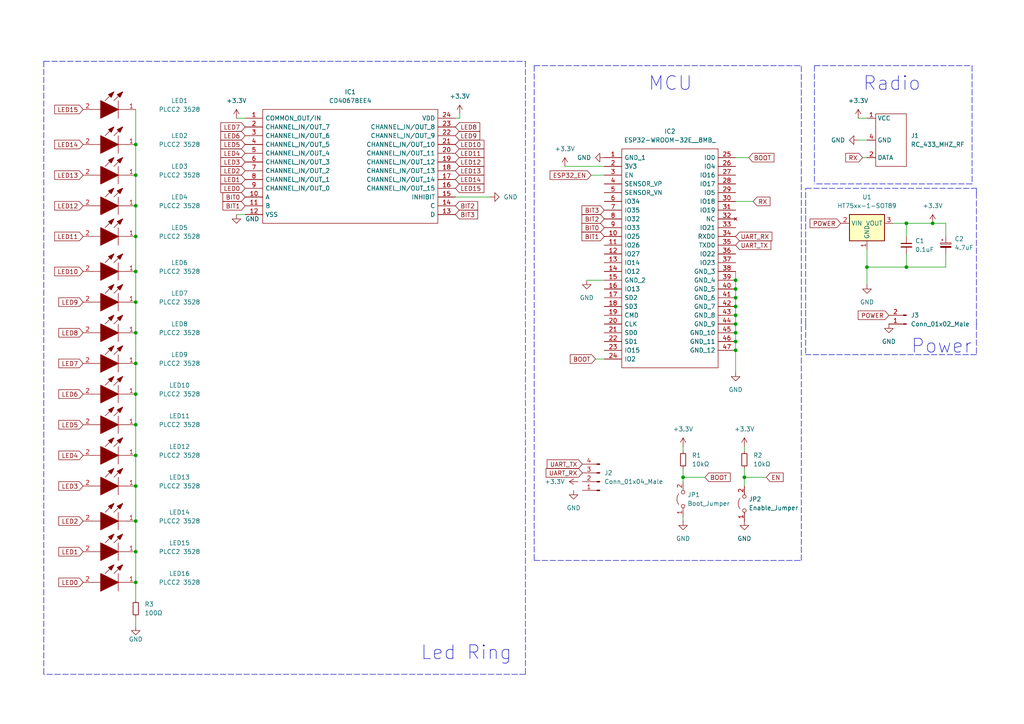
<source format=kicad_sch>
(kicad_sch (version 20211123) (generator eeschema)
  (paper "A4")
  (title_block (title "NotifierPcb") (date "2022-06-24") (rev "1.0") (company "mc-cat-tty"))
  (lib_symbols
    (symbol "CD4067BEE4:CD4067BEE4" (pin_names (offset 0.762))
      (property "Reference" "IC" (at 69.85 -1.27 0))
      (property "Value" "CD4067BEE4" (at 69.85 -3.81 0))
      (symbol "CD4067BEE4_0_0"
        (pin passive line (at 0 0 0) (length 5.08) (name "COMMON_OUT/IN") (number "1"))
        (pin passive line (at 0 -22.86 0) (length 5.08) (name "A") (number "10"))
        (pin passive line (at 0 -25.4 0) (length 5.08) (name "B") (number "11"))
        (pin passive line (at 0 -27.94 0) (length 5.08) (name "VSS") (number "12"))
        (pin passive line (at 60.96 -27.94 180) (length 5.08) (name "D") (number "13"))
        (pin passive line (at 60.96 -25.4 180) (length 5.08) (name "C") (number "14"))
        (pin passive line (at 60.96 -22.86 180) (length 5.08) (name "INHIBIT") (number "15"))
        (pin passive line (at 60.96 -20.32 180) (length 5.08) (name "CHANNEL_IN/OUT_15") (number "16"))
        (pin passive line (at 60.96 -17.78 180) (length 5.08) (name "CHANNEL_IN/OUT_14") (number "17"))
        (pin passive line (at 60.96 -15.24 180) (length 5.08) (name "CHANNEL_IN/OUT_13") (number "18"))
        (pin passive line (at 60.96 -12.7 180) (length 5.08) (name "CHANNEL_IN/OUT_12") (number "19"))
        (pin passive line (at 0 -2.54 0) (length 5.08) (name "CHANNEL_IN/OUT_7") (number "2"))
        (pin passive line (at 60.96 -10.16 180) (length 5.08) (name "CHANNEL_IN/OUT_11") (number "20"))
        (pin passive line (at 60.96 -7.62 180) (length 5.08) (name "CHANNEL_IN/OUT_10") (number "21"))
        (pin passive line (at 60.96 -5.08 180) (length 5.08) (name "CHANNEL_IN/OUT_9") (number "22"))
        (pin passive line (at 60.96 -2.54 180) (length 5.08) (name "CHANNEL_IN/OUT_8") (number "23"))
        (pin passive line (at 60.96 0 180) (length 5.08) (name "VDD") (number "24"))
        (pin passive line (at 0 -5.08 0) (length 5.08) (name "CHANNEL_IN/OUT_6") (number "3"))
        (pin passive line (at 0 -7.62 0) (length 5.08) (name "CHANNEL_IN/OUT_5") (number "4"))
        (pin passive line (at 0 -10.16 0) (length 5.08) (name "CHANNEL_IN/OUT_4") (number "5"))
        (pin passive line (at 0 -12.7 0) (length 5.08) (name "CHANNEL_IN/OUT_3") (number "6"))
        (pin passive line (at 0 -15.24 0) (length 5.08) (name "CHANNEL_IN/OUT_2") (number "7"))
        (pin passive line (at 0 -17.78 0) (length 5.08) (name "CHANNEL_IN/OUT_1") (number "8"))
        (pin passive line (at 0 -20.32 0) (length 5.08) (name "CHANNEL_IN/OUT_0") (number "9"))
      )
      (symbol "CD4067BEE4_0_1"
        (polyline (pts (xy 5.08 2.54) (xy 55.88 2.54) (xy 55.88 -30.48) (xy 5.08 -30.48) (xy 5.08 2.54)) (stroke (width 0.1524)))
      )
    )
    (symbol "Connector:Conn_01x02_Male" (pin_names (offset 1.016) hide)
      (property "Reference" "J" (at 0 2.54 0))
      (property "Value" "Conn_01x02_Male" (at 0 -5.08 0))
      (symbol "Conn_01x02_Male_1_1"
        (polyline (pts (xy 1.27 -2.54) (xy 0.8636 -2.54)) (stroke (width 0.1524)))
        (polyline (pts (xy 1.27 0) (xy 0.8636 0)) (stroke (width 0.1524)))
        (rectangle (start 0.8636 -2.413) (end 0 -2.667) (stroke (width 0.1524)) (fill (type outline)))
        (rectangle (start 0.8636 0.127) (end 0 -0.127) (stroke (width 0.1524)) (fill (type outline)))
        (pin passive line (at 5.08 0 180) (length 3.81) (name "Pin_1") (number "1"))
        (pin passive line (at 5.08 -2.54 180) (length 3.81) (name "Pin_2") (number "2"))
      )
    )
    (symbol "Connector:Conn_01x04_Male" (pin_names (offset 1.016) hide)
      (property "Reference" "J" (at 0 5.08 0))
      (property "Value" "Conn_01x04_Male" (at 0 -7.62 0))
      (symbol "Conn_01x04_Male_1_1"
        (polyline (pts (xy 1.27 -5.08) (xy 0.8636 -5.08)) (stroke (width 0.1524)))
        (polyline (pts (xy 1.27 -2.54) (xy 0.8636 -2.54)) (stroke (width 0.1524)))
        (polyline (pts (xy 1.27 0) (xy 0.8636 0)) (stroke (width 0.1524)))
        (polyline (pts (xy 1.27 2.54) (xy 0.8636 2.54)) (stroke (width 0.1524)))
        (rectangle (start 0.8636 -4.953) (end 0 -5.207) (stroke (width 0.1524)) (fill (type outline)))
        (rectangle (start 0.8636 -2.413) (end 0 -2.667) (stroke (width 0.1524)) (fill (type outline)))
        (rectangle (start 0.8636 0.127) (end 0 -0.127) (stroke (width 0.1524)) (fill (type outline)))
        (rectangle (start 0.8636 2.667) (end 0 2.413) (stroke (width 0.1524)) (fill (type outline)))
        (pin passive line (at 5.08 2.54 180) (length 3.81) (name "Pin_1") (number "1"))
        (pin passive line (at 5.08 0 180) (length 3.81) (name "Pin_2") (number "2"))
        (pin passive line (at 5.08 -2.54 180) (length 3.81) (name "Pin_3") (number "3"))
        (pin passive line (at 5.08 -5.08 180) (length 3.81) (name "Pin_4") (number "4"))
      )
    )
    (symbol "Device:C_Polarized_Small" (pin_numbers hide) (pin_names (offset 0.254) hide)
      (property "Reference" "C" (at 0.254 1.778 0))
      (property "Value" "C_Polarized_Small" (at 0.254 -2.032 0))
      (symbol "C_Polarized_Small_0_1"
        (rectangle (start -1.524 -0.3048) (end 1.524 -0.6858) (fill (type outline)))
        (rectangle (start -1.524 0.6858) (end 1.524 0.3048))
        (polyline (pts (xy -1.27 1.524) (xy -0.762 1.524)))
        (polyline (pts (xy -1.016 1.27) (xy -1.016 1.778)))
      )
      (symbol "C_Polarized_Small_1_1"
        (pin passive line (at 0 2.54 270) (length 1.8542) (name "~") (number "1"))
        (pin passive line (at 0 -2.54 90) (length 1.8542) (name "~") (number "2"))
      )
    )
    (symbol "Device:C_Small" (pin_numbers hide) (pin_names (offset 0.254) hide)
      (property "Reference" "C" (at 0.254 1.778 0))
      (property "Value" "C_Small" (at 0.254 -2.032 0))
      (symbol "C_Small_0_1"
        (polyline (pts (xy -1.524 -0.508) (xy 1.524 -0.508)) (stroke (width 0.3302)))
        (polyline (pts (xy -1.524 0.508) (xy 1.524 0.508)) (stroke (width 0.3048)))
      )
      (symbol "C_Small_1_1"
        (pin passive line (at 0 2.54 270) (length 2.032) (name "~") (number "1"))
        (pin passive line (at 0 -2.54 90) (length 2.032) (name "~") (number "2"))
      )
    )
    (symbol "Device:R_Small" (pin_numbers hide) (pin_names (offset 0.254) hide)
      (property "Reference" "R" (at 0.762 0.508 0))
      (property "Value" "R_Small" (at 0.762 -1.016 0))
      (symbol "R_Small_0_1"
        (rectangle (start -0.762 1.778) (end 0.762 -1.778) (stroke (width 0.2032)))
      )
      (symbol "R_Small_1_1"
        (pin passive line (at 0 2.54 270) (length 0.762) (name "~") (number "1"))
        (pin passive line (at 0 -2.54 90) (length 0.762) (name "~") (number "2"))
      )
    )
    (symbol "ESP32-WROOM-32E__8MB_:ESP32-WROOM-32E__8MB_" (pin_names (offset 0.762))
      (property "Reference" "IC" (at 52.07 -5.08 0))
      (property "Value" "ESP32-WROOM-32E__8MB_" (at 52.07 -7.62 0))
      (symbol "ESP32-WROOM-32E__8MB__0_0"
        (pin passive line (at 0 0 0) (length 5.08) (name "GND_1") (number "1"))
        (pin passive line (at 0 -22.86 0) (length 5.08) (name "IO25") (number "10"))
        (pin passive line (at 0 -25.4 0) (length 5.08) (name "IO26") (number "11"))
        (pin passive line (at 0 -27.94 0) (length 5.08) (name "IO27") (number "12"))
        (pin passive line (at 0 -30.48 0) (length 5.08) (name "IO14") (number "13"))
        (pin passive line (at 0 -33.02 0) (length 5.08) (name "IO12") (number "14"))
        (pin passive line (at 0 -35.56 0) (length 5.08) (name "GND_2") (number "15"))
        (pin passive line (at 0 -38.1 0) (length 5.08) (name "IO13") (number "16"))
        (pin passive line (at 0 -40.64 0) (length 5.08) (name "SD2") (number "17"))
        (pin passive line (at 0 -43.18 0) (length 5.08) (name "SD3") (number "18"))
        (pin passive line (at 0 -45.72 0) (length 5.08) (name "CMD") (number "19"))
        (pin passive line (at 0 -2.54 0) (length 5.08) (name "3V3") (number "2"))
        (pin passive line (at 0 -48.26 0) (length 5.08) (name "CLK") (number "20"))
        (pin passive line (at 0 -50.8 0) (length 5.08) (name "SD0") (number "21"))
        (pin passive line (at 0 -53.34 0) (length 5.08) (name "SD1") (number "22"))
        (pin passive line (at 0 -55.88 0) (length 5.08) (name "IO15") (number "23"))
        (pin passive line (at 0 -58.42 0) (length 5.08) (name "IO2") (number "24"))
        (pin passive line (at 38.1 0 180) (length 5.08) (name "IO0") (number "25"))
        (pin passive line (at 38.1 -2.54 180) (length 5.08) (name "IO4") (number "26"))
        (pin passive line (at 38.1 -5.08 180) (length 5.08) (name "IO16") (number "27"))
        (pin passive line (at 38.1 -7.62 180) (length 5.08) (name "IO17") (number "28"))
        (pin passive line (at 38.1 -10.16 180) (length 5.08) (name "IO5") (number "29"))
        (pin passive line (at 0 -5.08 0) (length 5.08) (name "EN") (number "3"))
        (pin passive line (at 38.1 -12.7 180) (length 5.08) (name "IO18") (number "30"))
        (pin passive line (at 38.1 -15.24 180) (length 5.08) (name "IO19") (number "31"))
        (pin no_connect line (at 38.1 -17.78 180) (length 5.08) (name "NC") (number "32"))
        (pin passive line (at 38.1 -20.32 180) (length 5.08) (name "IO21") (number "33"))
        (pin passive line (at 38.1 -22.86 180) (length 5.08) (name "RXD0") (number "34"))
        (pin passive line (at 38.1 -25.4 180) (length 5.08) (name "TXD0") (number "35"))
        (pin passive line (at 38.1 -27.94 180) (length 5.08) (name "IO22") (number "36"))
        (pin passive line (at 38.1 -30.48 180) (length 5.08) (name "IO23") (number "37"))
        (pin passive line (at 38.1 -33.02 180) (length 5.08) (name "GND_3") (number "38"))
        (pin passive line (at 38.1 -35.56 180) (length 5.08) (name "GND_4") (number "39"))
        (pin passive line (at 0 -7.62 0) (length 5.08) (name "SENSOR_VP") (number "4"))
        (pin passive line (at 38.1 -38.1 180) (length 5.08) (name "GND_5") (number "40"))
        (pin passive line (at 38.1 -40.64 180) (length 5.08) (name "GND_6") (number "41"))
        (pin passive line (at 38.1 -43.18 180) (length 5.08) (name "GND_7") (number "42"))
        (pin passive line (at 38.1 -45.72 180) (length 5.08) (name "GND_8") (number "43"))
        (pin passive line (at 38.1 -48.26 180) (length 5.08) (name "GND_9") (number "44"))
        (pin passive line (at 38.1 -50.8 180) (length 5.08) (name "GND_10") (number "45"))
        (pin passive line (at 38.1 -53.34 180) (length 5.08) (name "GND_11") (number "46"))
        (pin passive line (at 38.1 -55.88 180) (length 5.08) (name "GND_12") (number "47"))
        (pin passive line (at 0 -10.16 0) (length 5.08) (name "SENSOR_VN") (number "5"))
        (pin passive line (at 0 -12.7 0) (length 5.08) (name "IO34") (number "6"))
        (pin passive line (at 0 -15.24 0) (length 5.08) (name "IO35") (number "7"))
        (pin passive line (at 0 -17.78 0) (length 5.08) (name "IO32") (number "8"))
        (pin passive line (at 0 -20.32 0) (length 5.08) (name "IO33") (number "9"))
      )
      (symbol "ESP32-WROOM-32E__8MB__0_1"
        (polyline (pts (xy 5.08 2.54) (xy 33.02 2.54) (xy 33.02 -60.96) (xy 5.08 -60.96) (xy 5.08 2.54)) (stroke (width 0.1524)))
      )
    )
    (symbol "Jumper:Jumper_2_Open" (pin_names (offset 0) hide)
      (property "Reference" "JP" (at 0 2.794 0))
      (property "Value" "Jumper_2_Open" (at 0 -2.286 0))
      (symbol "Jumper_2_Open_0_0"
        (circle (center -2.032 0) (radius 0.508))
        (circle (center 2.032 0) (radius 0.508))
      )
      (symbol "Jumper_2_Open_0_1"
        (arc (start 1.524 1.27) (mid 0 1.778) (end -1.524 1.27))
      )
      (symbol "Jumper_2_Open_1_1"
        (pin passive line (at -5.08 0 0) (length 2.54) (name "A") (number "1"))
        (pin passive line (at 5.08 0 180) (length 2.54) (name "B") (number "2"))
      )
    )
    (symbol "PLCC2-3528:PLCC2 3528" (pin_names (offset 0.762))
      (property "Reference" "LED" (at 22.86 2.54 0))
      (property "Value" "PLCC2 3528" (at 22.86 0 0))
      (symbol "PLCC2 3528_0_0"
        (pin passive line (at 0 0 0) (length 2.54) (name "~") (number "1"))
        (pin passive line (at 15.24 0 180) (length 2.54) (name "~") (number "2"))
      )
      (symbol "PLCC2 3528_0_1"
        (polyline (pts (xy 2.54 0) (xy 5.08 0)) (stroke (width 0.1524)))
        (polyline (pts (xy 5.08 2.54) (xy 5.08 -2.54)) (stroke (width 0.1524)))
        (polyline (pts (xy 6.35 2.54) (xy 3.81 5.08)) (stroke (width 0.1524)))
        (polyline (pts (xy 8.89 2.54) (xy 6.35 5.08)) (stroke (width 0.1524)))
        (polyline (pts (xy 10.16 0) (xy 12.7 0)) (stroke (width 0.1524)))
        (polyline (pts (xy 5.08 0) (xy 10.16 2.54) (xy 10.16 -2.54) (xy 5.08 0)) (stroke (width 0.254)) (fill (type outline)))
        (polyline (pts (xy 5.334 4.318) (xy 4.572 3.556) (xy 3.81 5.08) (xy 5.334 4.318)) (stroke (width 0.254)) (fill (type outline)))
        (polyline (pts (xy 7.874 4.318) (xy 7.112 3.556) (xy 6.35 5.08) (xy 7.874 4.318)) (stroke (width 0.254)) (fill (type outline)))
      )
    )
    (symbol "RC_433_RX:RC_433_MHZ_RF"
      (property "Reference" "J" (at 1.27 -8.89 0))
      (property "Value" "RC_433_MHZ_RF" (at 2.54 11.43 0))
      (symbol "RC_433_MHZ_RF_0_1"
        (rectangle (start -8.89 1.27) (end -8.89 1.27))
        (rectangle (start -8.89 1.27) (end -8.89 1.27))
        (rectangle (start -8.89 1.27) (end -8.89 1.27))
        (rectangle (start -8.89 1.27) (end -8.89 1.27))
        (rectangle (start 6.35 -6.35) (end -2.54 8.89))
      )
      (symbol "RC_433_MHZ_RF_1_1"
        (pin power_in line (at -5.08 7.62 0) (length 2.54) (name "VCC") (number "1"))
        (pin output line (at -5.08 -3.81 0) (length 2.54) (name "DATA") (number "2"))
        (pin power_in line (at -5.08 1.27 0) (length 2.54) (name "GND") (number "4"))
      )
    )
    (symbol "Regulator_Linear:HT75xx-1-SOT89"
      (property "Reference" "U" (at -5.08 -3.81 0))
      (property "Value" "HT75xx-1-SOT89" (at 0 6.35 0))
      (symbol "HT75xx-1-SOT89_0_1"
        (rectangle (start -5.08 5.08) (end 5.08 -2.54) (stroke (width 0.254)) (fill (type background)))
      )
      (symbol "HT75xx-1-SOT89_1_1"
        (pin power_in line (at 0 -5.08 90) (length 2.54) (name "GND") (number "1"))
        (pin power_in line (at -7.62 2.54 0) (length 2.54) (name "VIN") (number "2"))
        (pin power_out line (at 7.62 2.54 180) (length 2.54) (name "VOUT") (number "3"))
      )
    )
    (symbol "power:+3.3V" (power) (pin_names (offset 0))
      (property "Value" "+3.3V" (at 0 3.556 0))
      (symbol "+3.3V_0_1"
        (polyline (pts (xy -0.762 1.27) (xy 0 2.54)))
        (polyline (pts (xy 0 0) (xy 0 2.54)))
        (polyline (pts (xy 0 2.54) (xy 0.762 1.27)))
      )
      (symbol "+3.3V_1_1"
        (pin power_in line (at 0 0 90) (length 0) hide (name "+3.3V") (number "1"))
      )
    )
    (symbol "power:GND" (power) (pin_names (offset 0))
      (property "Value" "GND" (at 0 -3.81 0))
      (symbol "GND_0_1"
        (polyline (pts (xy 0 0) (xy 0 -1.27) (xy 1.27 -1.27) (xy 0 -2.54) (xy -1.27 -1.27) (xy 0 -1.27)))
      )
      (symbol "GND_1_1"
        (pin power_in line (at 0 0 270) (length 0) hide (name "GND") (number "1"))
      )
    )
  )
  (junction (at 39.37 96.52))
  (junction (at 39.37 50.8))
  (junction (at 39.37 123.19))
  (junction (at 213.36 81.28))
  (junction (at 39.37 151.13))
  (junction (at 213.36 96.52))
  (junction (at 198.12 138.43))
  (junction (at 39.37 160.02))
  (junction (at 270.51 64.77))
  (junction (at 39.37 105.41))
  (junction (at 262.89 64.77))
  (junction (at 213.36 83.82))
  (junction (at 39.37 41.91))
  (junction (at 213.36 99.06))
  (junction (at 39.37 114.3))
  (junction (at 39.37 140.97))
  (junction (at 213.36 86.36))
  (junction (at 251.46 77.47))
  (junction (at 213.36 91.44))
  (junction (at 39.37 168.91))
  (junction (at 39.37 78.74))
  (junction (at 262.89 77.47))
  (junction (at 39.37 59.69))
  (junction (at 39.37 132.08))
  (junction (at 213.36 101.6))
  (junction (at 39.37 87.63))
  (junction (at 215.9 138.43))
  (junction (at 213.36 88.9))
  (junction (at 213.36 93.98))
  (junction (at 39.37 68.58))
  (wire (pts (xy 262.89 64.77) (xy 270.51 64.77)))
  (wire (pts (xy 251.46 72.39) (xy 251.46 77.47)))
  (wire (pts (xy 39.37 96.52) (xy 39.37 105.41)))
  (wire (pts (xy 68.58 34.29) (xy 71.12 34.29)))
  (wire (pts (xy 213.36 45.72) (xy 217.17 45.72)))
  (polyline (pts (xy 152.4 195.58) (xy 12.7 195.58)))
  (wire (pts (xy 213.36 93.98) (xy 213.36 96.52)))
  (wire (pts (xy 259.08 64.77) (xy 262.89 64.77)))
  (wire (pts (xy 39.37 78.74) (xy 39.37 87.63)))
  (wire (pts (xy 198.12 135.89) (xy 198.12 138.43)))
  (polyline (pts (xy 12.7 17.78) (xy 12.7 195.58)))
  (wire (pts (xy 39.37 151.13) (xy 39.37 160.02)))
  (wire (pts (xy 213.36 101.6) (xy 213.36 107.95)))
  (wire (pts (xy 198.12 138.43) (xy 198.12 139.7)))
  (polyline (pts (xy 152.4 17.78) (xy 152.4 195.58)))
  (polyline (pts (xy 283.21 54.61) (xy 283.21 55.88)))
  (polyline (pts (xy 236.22 19.05) (xy 281.94 19.05)))
  (wire (pts (xy 198.12 149.86) (xy 198.12 151.13)))
  (wire (pts (xy 251.46 77.47) (xy 262.89 77.47)))
  (wire (pts (xy 133.35 34.29) (xy 133.35 33.02)))
  (wire (pts (xy 39.37 50.8) (xy 39.37 59.69)))
  (wire (pts (xy 215.9 138.43) (xy 222.25 138.43)))
  (wire (pts (xy 39.37 160.02) (xy 39.37 168.91)))
  (wire (pts (xy 262.89 64.77) (xy 262.89 68.58)))
  (wire (pts (xy 39.37 41.91) (xy 39.37 50.8)))
  (wire (pts (xy 213.36 83.82) (xy 213.36 86.36)))
  (wire (pts (xy 248.92 40.64) (xy 251.46 40.64)))
  (wire (pts (xy 215.9 138.43) (xy 215.9 140.97)))
  (wire (pts (xy 248.92 34.29) (xy 251.46 34.29)))
  (wire (pts (xy 68.58 62.23) (xy 71.12 62.23)))
  (polyline (pts (xy 281.94 19.05) (xy 281.94 53.34)))
  (wire (pts (xy 274.32 77.47) (xy 274.32 73.66)))
  (wire (pts (xy 39.37 68.58) (xy 39.37 78.74)))
  (wire (pts (xy 39.37 132.08) (xy 39.37 140.97)))
  (polyline (pts (xy 233.68 54.61) (xy 283.21 54.61)))
  (wire (pts (xy 163.83 48.26) (xy 175.26 48.26)))
  (polyline (pts (xy 283.21 55.88) (xy 283.21 93.98)))
  (wire (pts (xy 213.36 81.28) (xy 213.36 83.82)))
  (polyline (pts (xy 154.94 162.56) (xy 232.41 162.56)))
  (wire (pts (xy 39.37 105.41) (xy 39.37 114.3)))
  (wire (pts (xy 213.36 86.36) (xy 213.36 88.9)))
  (wire (pts (xy 215.9 129.54) (xy 215.9 130.81)))
  (wire (pts (xy 262.89 77.47) (xy 274.32 77.47)))
  (wire (pts (xy 262.89 73.66) (xy 262.89 77.47)))
  (wire (pts (xy 39.37 179.07) (xy 39.37 181.61)))
  (wire (pts (xy 250.19 45.72) (xy 251.46 45.72)))
  (wire (pts (xy 213.36 96.52) (xy 213.36 99.06)))
  (wire (pts (xy 215.9 135.89) (xy 215.9 138.43)))
  (wire (pts (xy 132.08 34.29) (xy 133.35 34.29)))
  (polyline (pts (xy 154.94 19.05) (xy 154.94 162.56)))
  (wire (pts (xy 39.37 140.97) (xy 39.37 151.13)))
  (wire (pts (xy 39.37 114.3) (xy 39.37 123.19)))
  (wire (pts (xy 198.12 138.43) (xy 204.47 138.43)))
  (wire (pts (xy 39.37 123.19) (xy 39.37 132.08)))
  (wire (pts (xy 198.12 129.54) (xy 198.12 130.81)))
  (wire (pts (xy 213.36 88.9) (xy 213.36 91.44)))
  (wire (pts (xy 213.36 91.44) (xy 213.36 93.98)))
  (wire (pts (xy 213.36 99.06) (xy 213.36 101.6)))
  (polyline (pts (xy 233.68 93.98) (xy 233.68 54.61)))
  (polyline (pts (xy 232.41 162.56) (xy 232.41 19.05)))
  (wire (pts (xy 171.45 50.8) (xy 175.26 50.8)))
  (wire (pts (xy 172.72 104.14) (xy 175.26 104.14)))
  (wire (pts (xy 213.36 78.74) (xy 213.36 81.28)))
  (wire (pts (xy 39.37 31.75) (xy 39.37 41.91)))
  (wire (pts (xy 170.18 81.28) (xy 175.26 81.28)))
  (polyline (pts (xy 236.22 19.05) (xy 236.22 53.34)))
  (wire (pts (xy 132.08 57.15) (xy 142.24 57.15)))
  (polyline (pts (xy 283.21 102.87) (xy 233.68 102.87)))
  (polyline (pts (xy 233.68 93.98) (xy 233.68 102.87)))
  (wire (pts (xy 39.37 59.69) (xy 39.37 68.58)))
  (polyline (pts (xy 283.21 93.98) (xy 283.21 102.87)))
  (wire (pts (xy 39.37 87.63) (xy 39.37 96.52)))
  (wire (pts (xy 39.37 168.91) (xy 39.37 173.99)))
  (polyline (pts (xy 12.7 17.78) (xy 152.4 17.78)))
  (polyline (pts (xy 281.94 53.34) (xy 236.22 53.34)))
  (wire (pts (xy 218.44 58.42) (xy 213.36 58.42)))
  (wire (pts (xy 274.32 64.77) (xy 274.32 68.58)))
  (polyline (pts (xy 154.94 19.05) (xy 232.41 19.05)))
  (wire (pts (xy 270.51 64.77) (xy 274.32 64.77)))
  (wire (pts (xy 251.46 77.47) (xy 251.46 82.55)))
  (text "Power" (at 264.16 102.87 0) (effects (font (size 4 4)) (justify left bottom)))
  (text "MCU" (at 187.96 26.67 0) (effects (font (size 4 4)) (justify left bottom)))
  (text "Radio" (at 250.19 26.67 0) (effects (font (size 4 4)) (justify left bottom)))
  (text "Led Ring" (at 121.92 191.77 0) (effects (font (size 4 4)) (justify left bottom)))
  (global_label "LED1" (shape input) (at 71.12 52.07 180) (property "Intersheet References" "${INTERSHEET_REFS}" (effects hide)))
  (global_label "LED9" (shape input) (at 132.08 39.37 0) (property "Intersheet References" "${INTERSHEET_REFS}" (effects hide)))
  (global_label "LED13" (shape input) (at 132.08 49.53 0) (property "Intersheet References" "${INTERSHEET_REFS}" (effects hide)))
  (global_label "LED12" (shape input) (at 132.08 46.99 0) (property "Intersheet References" "${INTERSHEET_REFS}" (effects hide)))
  (global_label "LED7" (shape input) (at 24.13 105.41 180) (property "Intersheet References" "${INTERSHEET_REFS}" (effects hide)))
  (global_label "LED6" (shape input) (at 24.13 114.3 180) (property "Intersheet References" "${INTERSHEET_REFS}" (effects hide)))
  (global_label "BIT2" (shape input) (at 132.08 59.69 0) (property "Intersheet References" "${INTERSHEET_REFS}" (effects hide)))
  (global_label "BIT1" (shape input) (at 71.12 59.69 180) (property "Intersheet References" "${INTERSHEET_REFS}" (effects hide)))
  (global_label "BOOT" (shape input) (at 204.47 138.43 0) (property "Intersheet References" "${INTERSHEET_REFS}" (effects hide)))
  (global_label "LED3" (shape input) (at 24.13 140.97 180) (property "Intersheet References" "${INTERSHEET_REFS}" (effects hide)))
  (global_label "BIT2" (shape input) (at 175.26 63.5 180) (property "Intersheet References" "${INTERSHEET_REFS}" (effects hide)))
  (global_label "LED1" (shape input) (at 24.13 160.02 180) (property "Intersheet References" "${INTERSHEET_REFS}" (effects hide)))
  (global_label "EN" (shape input) (at 222.25 138.43 0) (property "Intersheet References" "${INTERSHEET_REFS}" (effects hide)))
  (global_label "LED15" (shape input) (at 24.13 31.75 180) (property "Intersheet References" "${INTERSHEET_REFS}" (effects hide)))
  (global_label "LED14" (shape input) (at 24.13 41.91 180) (property "Intersheet References" "${INTERSHEET_REFS}" (effects hide)))
  (global_label "UART_RX" (shape input) (at 213.36 68.58 0) (property "Intersheet References" "${INTERSHEET_REFS}" (effects hide)))
  (global_label "BIT3" (shape input) (at 132.08 62.23 0) (property "Intersheet References" "${INTERSHEET_REFS}" (effects hide)))
  (global_label "LED8" (shape input) (at 24.13 96.52 180) (property "Intersheet References" "${INTERSHEET_REFS}" (effects hide)))
  (global_label "LED14" (shape input) (at 132.08 52.07 0) (property "Intersheet References" "${INTERSHEET_REFS}" (effects hide)))
  (global_label "POWER" (shape input) (at 257.81 91.44 180) (property "Intersheet References" "${INTERSHEET_REFS}" (effects hide)))
  (global_label "BIT3" (shape input) (at 175.26 60.96 180) (property "Intersheet References" "${INTERSHEET_REFS}" (effects hide)))
  (global_label "RX" (shape input) (at 250.19 45.72 180) (property "Intersheet References" "${INTERSHEET_REFS}" (effects hide)))
  (global_label "LED13" (shape input) (at 24.13 50.8 180) (property "Intersheet References" "${INTERSHEET_REFS}" (effects hide)))
  (global_label "LED3" (shape input) (at 71.12 46.99 180) (property "Intersheet References" "${INTERSHEET_REFS}" (effects hide)))
  (global_label "LED5" (shape input) (at 71.12 41.91 180) (property "Intersheet References" "${INTERSHEET_REFS}" (effects hide)))
  (global_label "LED5" (shape input) (at 24.13 123.19 180) (property "Intersheet References" "${INTERSHEET_REFS}" (effects hide)))
  (global_label "BIT1" (shape input) (at 175.26 68.58 180) (property "Intersheet References" "${INTERSHEET_REFS}" (effects hide)))
  (global_label "LED2" (shape input) (at 71.12 49.53 180) (property "Intersheet References" "${INTERSHEET_REFS}" (effects hide)))
  (global_label "LED2" (shape input) (at 24.13 151.13 180) (property "Intersheet References" "${INTERSHEET_REFS}" (effects hide)))
  (global_label "LED10" (shape input) (at 132.08 41.91 0) (property "Intersheet References" "${INTERSHEET_REFS}" (effects hide)))
  (global_label "BIT0" (shape input) (at 71.12 57.15 180) (property "Intersheet References" "${INTERSHEET_REFS}" (effects hide)))
  (global_label "LED15" (shape input) (at 132.08 54.61 0) (property "Intersheet References" "${INTERSHEET_REFS}" (effects hide)))
  (global_label "BIT0" (shape input) (at 175.26 66.04 180) (property "Intersheet References" "${INTERSHEET_REFS}" (effects hide)))
  (global_label "UART_RX" (shape input) (at 168.91 137.16 180) (property "Intersheet References" "${INTERSHEET_REFS}" (effects hide)))
  (global_label "POWER" (shape input) (at 243.84 64.77 180) (property "Intersheet References" "${INTERSHEET_REFS}" (effects hide)))
  (global_label "LED8" (shape input) (at 132.08 36.83 0) (property "Intersheet References" "${INTERSHEET_REFS}" (effects hide)))
  (global_label "UART_TX" (shape input) (at 213.36 71.12 0) (property "Intersheet References" "${INTERSHEET_REFS}" (effects hide)))
  (global_label "LED11" (shape input) (at 24.13 68.58 180) (property "Intersheet References" "${INTERSHEET_REFS}" (effects hide)))
  (global_label "ESP32_EN" (shape input) (at 171.45 50.8 180) (property "Intersheet References" "${INTERSHEET_REFS}" (effects hide)))
  (global_label "BOOT" (shape input) (at 217.17 45.72 0) (property "Intersheet References" "${INTERSHEET_REFS}" (effects hide)))
  (global_label "LED0" (shape input) (at 24.13 168.91 180) (property "Intersheet References" "${INTERSHEET_REFS}" (effects hide)))
  (global_label "LED4" (shape input) (at 24.13 132.08 180) (property "Intersheet References" "${INTERSHEET_REFS}" (effects hide)))
  (global_label "LED0" (shape input) (at 71.12 54.61 180) (property "Intersheet References" "${INTERSHEET_REFS}" (effects hide)))
  (global_label "LED6" (shape input) (at 71.12 39.37 180) (property "Intersheet References" "${INTERSHEET_REFS}" (effects hide)))
  (global_label "BOOT" (shape input) (at 172.72 104.14 180) (property "Intersheet References" "${INTERSHEET_REFS}" (effects hide)))
  (global_label "LED11" (shape input) (at 132.08 44.45 0) (property "Intersheet References" "${INTERSHEET_REFS}" (effects hide)))
  (global_label "LED12" (shape input) (at 24.13 59.69 180) (property "Intersheet References" "${INTERSHEET_REFS}" (effects hide)))
  (global_label "UART_TX" (shape input) (at 168.91 134.62 180) (property "Intersheet References" "${INTERSHEET_REFS}" (effects hide)))
  (global_label "RX" (shape input) (at 218.44 58.42 0) (property "Intersheet References" "${INTERSHEET_REFS}" (effects hide)))
  (global_label "LED10" (shape input) (at 24.13 78.74 180) (property "Intersheet References" "${INTERSHEET_REFS}" (effects hide)))
  (global_label "LED9" (shape input) (at 24.13 87.63 180) (property "Intersheet References" "${INTERSHEET_REFS}" (effects hide)))
  (global_label "LED4" (shape input) (at 71.12 44.45 180) (property "Intersheet References" "${INTERSHEET_REFS}" (effects hide)))
  (global_label "LED7" (shape input) (at 71.12 36.83 180) (property "Intersheet References" "${INTERSHEET_REFS}" (effects hide)))
  (symbol (lib_id "PLCC2-3528:PLCC2 3528") (at 39.37 160.02 0) (mirror y) (unit 1)
    (property "Reference" "LED15" (at 52.07 157.48 0))
    (property "Value" "PLCC2 3528" (at 52.07 160.02 0))
    (property "Footprint" "SmdLed:LEDM3528X210N" (effects hide))
    (property "Description" "Standard LEDs - SMD Gree Clear" (effects hide))
    (property "Height" "2.1" (effects hide))
  )
  (symbol (lib_id "power:+3.3V") (at 270.51 64.77 0) (unit 1)
    (property "Reference" "#PWR09" (effects hide))
    (property "Value" "+3.3V" (at 270.51 59.69 0))
  )
  (symbol (lib_id "PLCC2-3528:PLCC2 3528") (at 39.37 140.97 0) (mirror y) (unit 1)
    (property "Reference" "LED13" (at 52.07 138.43 0))
    (property "Value" "PLCC2 3528" (at 52.07 140.97 0))
    (property "Footprint" "SmdLed:LEDM3528X210N" (effects hide))
    (property "Description" "Standard LEDs - SMD Gree Clear" (effects hide))
    (property "Height" "2.1" (effects hide))
  )
  (symbol (lib_id "PLCC2-3528:PLCC2 3528") (at 39.37 31.75 0) (mirror y) (unit 1)
    (property "Reference" "LED1" (at 52.07 29.21 0))
    (property "Value" "PLCC2 3528" (at 52.07 31.75 0))
    (property "Footprint" "SmdLed:LEDM3528X210N" (effects hide))
    (property "Description" "Standard LEDs - SMD Gree Clear" (effects hide))
    (property "Height" "2.1" (effects hide))
  )
  (symbol (lib_id "Regulator_Linear:HT75xx-1-SOT89") (at 251.46 67.31 0) (unit 1)
    (property "Reference" "U1" (at 251.46 57.15 0))
    (property "Value" "HT75xx-1-SOT89" (at 251.46 59.69 0))
    (property "Footprint" "Package_TO_SOT_SMD:SOT-89-3" (effects hide))
    (property "Datasheet" "https://www.holtek.com/documents/10179/116711/HT75xx-1v250.pdf" (effects hide))
  )
  (symbol (lib_id "PLCC2-3528:PLCC2 3528") (at 39.37 168.91 0) (mirror y) (unit 1)
    (property "Reference" "LED16" (at 52.07 166.37 0))
    (property "Value" "PLCC2 3528" (at 52.07 168.91 0))
    (property "Footprint" "SmdLed:LEDM3528X210N" (effects hide))
    (property "Description" "Standard LEDs - SMD Gree Clear" (effects hide))
    (property "Height" "2.1" (effects hide))
  )
  (symbol (lib_id "PLCC2-3528:PLCC2 3528") (at 39.37 78.74 0) (mirror y) (unit 1)
    (property "Reference" "LED6" (at 52.07 76.2 0))
    (property "Value" "PLCC2 3528" (at 52.07 78.74 0))
    (property "Footprint" "SmdLed:LEDM3528X210N" (effects hide))
    (property "Description" "Standard LEDs - SMD Gree Clear" (effects hide))
    (property "Height" "2.1" (effects hide))
  )
  (symbol (lib_id "power:+3.3V") (at 215.9 129.54 0) (unit 1)
    (property "Reference" "#PWR014" (effects hide))
    (property "Value" "+3.3V" (at 215.9 124.46 0))
  )
  (symbol (lib_id "PLCC2-3528:PLCC2 3528") (at 39.37 87.63 0) (mirror y) (unit 1)
    (property "Reference" "LED7" (at 52.07 85.09 0))
    (property "Value" "PLCC2 3528" (at 52.07 87.63 0))
    (property "Footprint" "SmdLed:LEDM3528X210N" (effects hide))
    (property "Description" "Standard LEDs - SMD Gree Clear" (effects hide))
    (property "Height" "2.1" (effects hide))
  )
  (symbol (lib_id "power:+3.3V") (at 68.58 34.29 0) (unit 1)
    (property "Reference" "#PWR02" (effects hide))
    (property "Value" "+3.3V" (at 68.58 29.21 0))
  )
  (symbol (lib_id "RC_433_RX:RC_433_MHZ_RF") (at 256.54 41.91 0) (unit 1)
    (property "Reference" "J1" (at 264.16 39.3699 0) (effects (justify left)))
    (property "Value" "RC_433_MHZ_RF" (at 264.16 41.9099 0) (effects (justify left)))
    (property "Footprint" "RC_433_RX:RC_433_RX" (effects hide))
  )
  (symbol (lib_id "PLCC2-3528:PLCC2 3528") (at 39.37 123.19 0) (mirror y) (unit 1)
    (property "Reference" "LED11" (at 52.07 120.65 0))
    (property "Value" "PLCC2 3528" (at 52.07 123.19 0))
    (property "Footprint" "SmdLed:LEDM3528X210N" (effects hide))
    (property "Description" "Standard LEDs - SMD Gree Clear" (effects hide))
    (property "Height" "2.1" (effects hide))
  )
  (symbol (lib_id "CD4067BEE4:CD4067BEE4") (at 71.12 34.29 0) (unit 1)
    (property "Reference" "IC1" (at 101.6 26.67 0))
    (property "Value" "CD4067BEE4" (at 101.6 29.21 0))
    (property "Datasheet" "https://pdf1.alldatasheet.com/datasheet-pdf/view/551558/TI/CD4067BEE4.html" (effects hide))
    (property "Description" "Analog Multiplexer Single 16:1" (effects hide))
    (property "Height" "5.08" (effects hide))
    (property "Manufacturer_Name" "Texas Instruments" (effects hide))
    (property "Manufacturer_Part_Number" "CD4067BEE4" (effects hide))
    (property "Mouser Part Number" "595-CD4067BEE4" (effects hide))
    (property "Mouser Price/Stock" "https://www.mouser.co.uk/ProductDetail/Texas-Instruments/CD4067BEE4?qs=LSR%252BNeaw%2FwAOj6GB2EY6rw%3D%3D" (effects hide))
  )
  (symbol (lib_id "Device:R_Small") (at 39.37 176.53 0) (unit 1)
    (property "Reference" "R3" (at 41.91 175.2599 0) (effects (justify left)))
    (property "Value" "100Ω" (at 41.91 177.7999 0) (effects (justify left)))
    (property "Footprint" "Resistor_THT:R_Axial_DIN0204_L3.6mm_D1.6mm_P2.54mm_Vertical" (effects hide))
  )
  (symbol (lib_id "Device:C_Small") (at 262.89 71.12 0) (unit 1)
    (property "Reference" "C1" (at 265.43 69.8562 0) (effects (justify left)))
    (property "Value" "0.1uF" (at 265.43 72.3962 0) (effects (justify left)))
    (property "Footprint" "Capacitor_THT:C_Disc_D5.0mm_W2.5mm_P2.50mm" (effects hide))
  )
  (symbol (lib_id "Device:R_Small") (at 198.12 133.35 0) (unit 1)
    (property "Reference" "R1" (at 200.66 132.0799 0) (effects (justify left)))
    (property "Value" "10kΩ" (at 200.66 134.6199 0) (effects (justify left)))
    (property "Footprint" "Resistor_THT:R_Axial_DIN0204_L3.6mm_D1.6mm_P2.54mm_Vertical" (effects hide))
  )
  (symbol (lib_id "power:GND") (at 175.26 45.72 270) (unit 1)
    (property "Reference" "#PWR05" (effects hide))
    (property "Value" "GND" (at 171.45 45.7199 90) (effects (justify right)))
  )
  (symbol (lib_id "Jumper:Jumper_2_Open") (at 215.9 146.05 90) (unit 1)
    (property "Reference" "JP2" (at 217.17 144.7799 90) (effects (justify right)))
    (property "Value" "Enable_Jumper" (at 217.17 147.3199 90) (effects (justify right)))
    (property "Footprint" "Connector_PinHeader_2.54mm:PinHeader_1x02_P2.54mm_Vertical" (effects hide))
  )
  (symbol (lib_id "power:+3.3V") (at 198.12 129.54 0) (unit 1)
    (property "Reference" "#PWR013" (effects hide))
    (property "Value" "+3.3V" (at 198.12 124.46 0))
  )
  (symbol (lib_id "PLCC2-3528:PLCC2 3528") (at 39.37 59.69 0) (mirror y) (unit 1)
    (property "Reference" "LED4" (at 52.07 57.15 0))
    (property "Value" "PLCC2 3528" (at 52.07 59.69 0))
    (property "Footprint" "SmdLed:LEDM3528X210N" (effects hide))
    (property "Description" "Standard LEDs - SMD Gree Clear" (effects hide))
    (property "Height" "2.1" (effects hide))
  )
  (symbol (lib_id "PLCC2-3528:PLCC2 3528") (at 39.37 132.08 0) (mirror y) (unit 1)
    (property "Reference" "LED12" (at 52.07 129.54 0))
    (property "Value" "PLCC2 3528" (at 52.07 132.08 0))
    (property "Footprint" "SmdLed:LEDM3528X210N" (effects hide))
    (property "Description" "Standard LEDs - SMD Gree Clear" (effects hide))
    (property "Height" "2.1" (effects hide))
  )
  (symbol (lib_id "Jumper:Jumper_2_Open") (at 198.12 144.78 90) (unit 1)
    (property "Reference" "JP1" (at 199.39 143.5099 90) (effects (justify right)))
    (property "Value" "Boot_Jumper" (at 199.39 146.0499 90) (effects (justify right)))
    (property "Footprint" "Connector_PinHeader_2.54mm:PinHeader_1x02_P2.54mm_Vertical" (effects hide))
  )
  (symbol (lib_id "PLCC2-3528:PLCC2 3528") (at 39.37 68.58 0) (mirror y) (unit 1)
    (property "Reference" "LED5" (at 52.07 66.04 0))
    (property "Value" "PLCC2 3528" (at 52.07 68.58 0))
    (property "Footprint" "SmdLed:LEDM3528X210N" (effects hide))
    (property "Description" "Standard LEDs - SMD Gree Clear" (effects hide))
    (property "Height" "2.1" (effects hide))
  )
  (symbol (lib_id "ESP32-WROOM-32E__8MB_:ESP32-WROOM-32E__8MB_") (at 175.26 45.72 0) (unit 1)
    (property "Reference" "IC2" (at 194.31 38.1 0))
    (property "Value" "ESP32-WROOM-32E__8MB_" (at 194.31 40.64 0))
    (property "Datasheet" "https://www.espressif.com/sites/default/files/documentation/esp32-wroom-32_datasheet_en.pdf" (effects hide))
    (property "Description" "WiFi Modules (802.11) Mod 8 MB SPI flash PCB antenna" (effects hide))
    (property "Height" "3.2" (effects hide))
    (property "Manufacturer_Name" "Espressif Systems" (effects hide))
    (property "Manufacturer_Part_Number" "ESP32-WROOM-32E (8MB)" (effects hide))
    (property "Mouser Part Number" "356-ESP32WRM32E164PH" (effects hide))
    (property "Mouser Price/Stock" "https://www.mouser.co.uk/ProductDetail/Espressif-Systems/ESP32-WROOM-32E-8MB?qs=GBLSl2AkirsjshqvD9slKA%3D%3D" (effects hide))
  )
  (symbol (lib_id "power:GND") (at 39.37 181.61 0) (unit 1)
    (property "Reference" "#PWR019" (effects hide))
    (property "Value" "GND" (at 39.37 185.42 0))
  )
  (symbol (lib_id "PLCC2-3528:PLCC2 3528") (at 39.37 114.3 0) (mirror y) (unit 1)
    (property "Reference" "LED10" (at 52.07 111.76 0))
    (property "Value" "PLCC2 3528" (at 52.07 114.3 0))
    (property "Footprint" "SmdLed:LEDM3528X210N" (effects hide))
    (property "Description" "Standard LEDs - SMD Gree Clear" (effects hide))
    (property "Height" "2.1" (effects hide))
  )
  (symbol (lib_id "Device:R_Small") (at 215.9 133.35 0) (unit 1)
    (property "Reference" "R2" (at 218.44 132.0799 0) (effects (justify left)))
    (property "Value" "10kΩ" (at 218.44 134.6199 0) (effects (justify left)))
    (property "Footprint" "Resistor_THT:R_Axial_DIN0204_L3.6mm_D1.6mm_P2.54mm_Vertical" (effects hide))
  )
  (symbol (lib_id "power:+3.3V") (at 133.35 33.02 0) (unit 1)
    (property "Reference" "#PWR01" (effects hide))
    (property "Value" "+3.3V" (at 133.35 27.94 0))
  )
  (symbol (lib_id "power:GND") (at 215.9 151.13 0) (unit 1)
    (property "Reference" "#PWR018" (effects hide))
    (property "Value" "GND" (at 215.9 156.21 0))
  )
  (symbol (lib_id "power:GND") (at 213.36 107.95 0) (unit 1)
    (property "Reference" "#PWR012" (effects hide))
    (property "Value" "GND" (at 213.36 113.03 0))
  )
  (symbol (lib_id "Device:C_Polarized_Small") (at 274.32 71.12 0) (unit 1)
    (property "Reference" "C2" (at 276.86 69.3038 0) (effects (justify left)))
    (property "Value" "4.7uF" (at 276.86 71.8438 0) (effects (justify left)))
    (property "Footprint" "Capacitor_THT:CP_Radial_D8.0mm_P5.00mm" (effects hide))
  )
  (symbol (lib_id "PLCC2-3528:PLCC2 3528") (at 39.37 96.52 0) (mirror y) (unit 1)
    (property "Reference" "LED8" (at 52.07 93.98 0))
    (property "Value" "PLCC2 3528" (at 52.07 96.52 0))
    (property "Footprint" "SmdLed:LEDM3528X210N" (effects hide))
    (property "Description" "Standard LEDs - SMD Gree Clear" (effects hide))
    (property "Height" "2.1" (effects hide))
  )
  (symbol (lib_id "power:GND") (at 251.46 82.55 0) (unit 1)
    (property "Reference" "#PWR011" (effects hide))
    (property "Value" "GND" (at 251.46 87.63 0))
  )
  (symbol (lib_id "power:GND") (at 166.37 142.24 0) (unit 1)
    (property "Reference" "#PWR016" (effects hide))
    (property "Value" "GND" (at 166.37 147.32 0))
  )
  (symbol (lib_id "power:GND") (at 198.12 151.13 0) (unit 1)
    (property "Reference" "#PWR017" (effects hide))
    (property "Value" "GND" (at 198.12 156.21 0))
  )
  (symbol (lib_id "power:GND") (at 68.58 62.23 0) (unit 1)
    (property "Reference" "#PWR08" (effects hide))
    (property "Value" "GND" (at 71.12 63.4999 0) (effects (justify left)))
  )
  (symbol (lib_id "power:+3.3V") (at 167.64 139.7 90) (unit 1)
    (property "Reference" "#PWR015" (effects hide))
    (property "Value" "+3.3V" (at 163.83 139.6999 90) (effects (justify left)))
  )
  (symbol (lib_id "Connector:Conn_01x04_Male") (at 173.99 139.7 180) (unit 1)
    (property "Reference" "J2" (at 175.26 137.1599 0) (effects (justify right)))
    (property "Value" "Conn_01x04_Male" (at 175.26 139.6999 0) (effects (justify right)))
    (property "Footprint" "Connector_PinHeader_2.54mm:PinHeader_1x04_P2.54mm_Vertical" (effects hide))
  )
  (symbol (lib_id "power:+3.3V") (at 248.92 34.29 0) (unit 1)
    (property "Reference" "#PWR03" (effects hide))
    (property "Value" "+3.3V" (at 248.92 29.21 0))
  )
  (symbol (lib_id "power:GND") (at 257.81 93.98 0) (unit 1)
    (property "Reference" "#PWR0101" (effects hide))
    (property "Value" "GND" (at 257.81 99.06 0))
  )
  (symbol (lib_id "PLCC2-3528:PLCC2 3528") (at 39.37 41.91 0) (mirror y) (unit 1)
    (property "Reference" "LED2" (at 52.07 39.37 0))
    (property "Value" "PLCC2 3528" (at 52.07 41.91 0))
    (property "Footprint" "SmdLed:LEDM3528X210N" (effects hide))
    (property "Description" "Standard LEDs - SMD Gree Clear" (effects hide))
    (property "Height" "2.1" (effects hide))
  )
  (symbol (lib_id "power:GND") (at 142.24 57.15 90) (unit 1)
    (property "Reference" "#PWR07" (effects hide))
    (property "Value" "GND" (at 146.05 57.1499 90) (effects (justify right)))
  )
  (symbol (lib_id "PLCC2-3528:PLCC2 3528") (at 39.37 50.8 0) (mirror y) (unit 1)
    (property "Reference" "LED3" (at 52.07 48.26 0))
    (property "Value" "PLCC2 3528" (at 52.07 50.8 0))
    (property "Footprint" "SmdLed:LEDM3528X210N" (effects hide))
    (property "Description" "Standard LEDs - SMD Gree Clear" (effects hide))
    (property "Height" "2.1" (effects hide))
  )
  (symbol (lib_id "power:GND") (at 170.18 81.28 0) (unit 1)
    (property "Reference" "#PWR010" (effects hide))
    (property "Value" "GND" (at 170.18 86.36 0))
  )
  (symbol (lib_id "power:GND") (at 248.92 40.64 270) (unit 1)
    (property "Reference" "#PWR04" (effects hide))
    (property "Value" "GND" (at 245.11 40.6399 90) (effects (justify right)))
  )
  (symbol (lib_id "PLCC2-3528:PLCC2 3528") (at 39.37 105.41 0) (mirror y) (unit 1)
    (property "Reference" "LED9" (at 52.07 102.87 0))
    (property "Value" "PLCC2 3528" (at 52.07 105.41 0))
    (property "Footprint" "SmdLed:LEDM3528X210N" (effects hide))
    (property "Description" "Standard LEDs - SMD Gree Clear" (effects hide))
    (property "Height" "2.1" (effects hide))
  )
  (symbol (lib_id "PLCC2-3528:PLCC2 3528") (at 39.37 151.13 0) (mirror y) (unit 1)
    (property "Reference" "LED14" (at 52.07 148.59 0))
    (property "Value" "PLCC2 3528" (at 52.07 151.13 0))
    (property "Footprint" "SmdLed:LEDM3528X210N" (effects hide))
    (property "Description" "Standard LEDs - SMD Gree Clear" (effects hide))
    (property "Height" "2.1" (effects hide))
  )
  (symbol (lib_id "Connector:Conn_01x02_Male") (at 262.89 93.98 180) (unit 1)
    (property "Reference" "J3" (at 264.16 91.4399 0) (effects (justify right)))
    (property "Value" "Conn_01x02_Male" (at 264.16 93.9799 0) (effects (justify right)))
    (property "Footprint" "Connector_PinHeader_2.54mm:PinHeader_1x02_P2.54mm_Vertical" (effects hide))
  )
  (symbol (lib_id "power:+3.3V") (at 163.83 48.26 0) (unit 1)
    (property "Reference" "#PWR06" (effects hide))
    (property "Value" "+3.3V" (at 163.83 43.18 0))
  )
)
</source>
